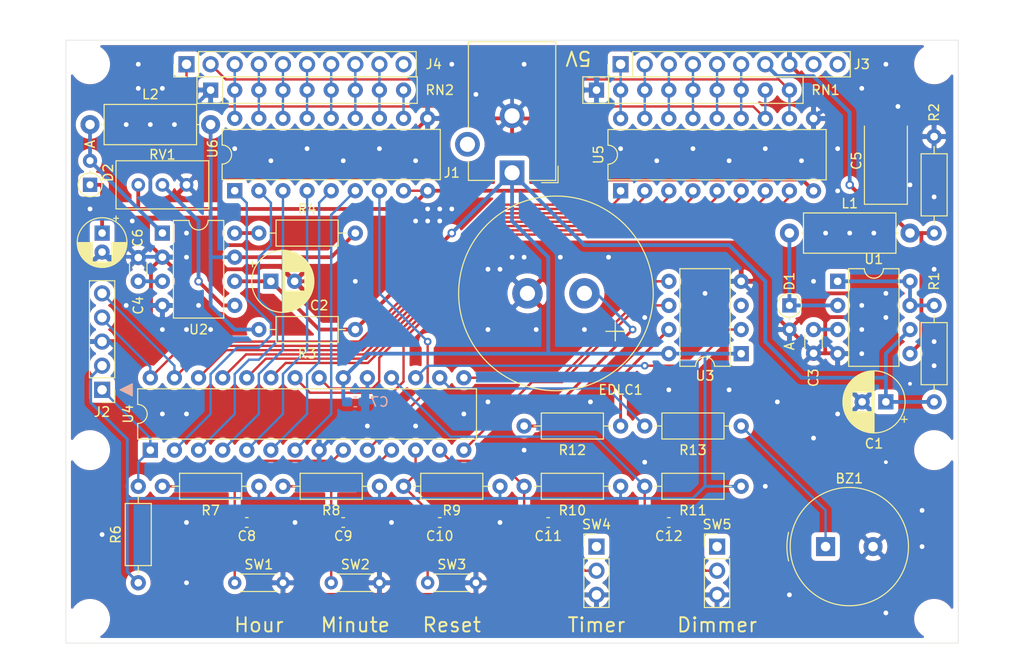
<source format=kicad_pcb>
(kicad_pcb (version 20240108) (generator "pcbnew") (generator_version "8.0")
  (layers (0 "F.Cu" signal) (31 "B.Cu" signal) (34 "B.Paste" user) (35 "F.Paste" user) (36 "B.SilkS" user "B.Silkscreen") (37 "F.SilkS" user "F.Silkscreen") (38 "B.Mask" user) (39 "F.Mask" user) (44 "Edge.Cuts" user))
  (net 0 "")
  (net 1 "GND")
  (net 2 "+1V0")
  (net 3 "Net-(R4-Pad2)")
  (net 4 "/c")
  (net 5 "/d")
  (net 6 "/e")
  (net 7 "/f")
  (net 8 "/g")
  (net 9 "/a")
  (net 10 "/b")
  (net 11 "/-")
  (net 12 "/0")
  (net 13 "/dp")
  (net 14 "/1")
  (net 15 "/2")
  (net 16 "/3")
  (net 17 "/4")
  (net 18 "/5")
  (net 19 "Net-(C3-Pad1)")
  (net 20 "+12V")
  (net 21 "Net-(D1-Pad1)")
  (net 22 "Net-(D2-Pad2)")
  (net 23 "Net-(J3-Pad10)")
  (net 24 "Net-(J3-Pad9)")
  (net 25 "Net-(J4-Pad10)")
  (net 26 "Net-(L2-Pad1)")
  (net 27 "Net-(RN2-Pad9)")
  (net 28 "Net-(RV1-Pad2)")
  (net 29 "Dimmer")
  (net 30 "Sec_RESET")
  (net 31 "Minute")
  (net 32 "Hour")
  (net 33 "+5V")
  (net 34 "Net-(EDLC1-Pad1)")
  (net 35 "PGC")
  (net 36 "PGD")
  (net 37 "MCLR")
  (net 38 "SCL")
  (net 39 "1Hz")
  (net 40 "SDA")
  (net 41 "Net-(C4-Pad1)")
  (net 42 "Net-(J1-Pad3)")
  (net 43 "Net-(R1-Pad1)")
  (net 44 "Net-(BZ1-Pad1)")
  (net 45 "buzzer")
  (net 46 "Net-(U3-Pad3)")
  (net 47 "Timer")
  (net 48 "/BI1")
  (net 49 "/BI2")
  (net 50 "/BI3")
  (net 51 "/BI4")
  (net 52 "/BI5")
  (net 53 "/BI6")
  (net 54 "/AI7")
  (net 55 "/AI8")
  (net 56 "/AI6")
  (net 57 "/BI7")
  (net 58 "/AI5")
  (net 59 "/AI4")
  (net 60 "/AI3")
  (net 61 "Net-(R12-Pad2)")
  (net 62 "Net-(SW4-Pad1)")
  (net 63 "Net-(SW5-Pad1)")
  (footprint "Capacitor_THT:C_Disc_D3.0mm_W1.6mm_P2.50mm" (layer "F.Cu") (at 180.34 109.22 -90)
    (property "Reference" "C3")
    (property "Value" "680p")
  )
  (footprint "Capacitor_Tantalum_SMD:CP_EIA-7343-30_AVX-N_Pad2.25x2.55mm_HandSolder" (layer "F.Cu") (at 187.96 91.44 90)
    (property "Reference" "C5")
    (property "Value" "470u")
  )
  (footprint "Capacitor_THT:C_Disc_D3.0mm_W1.6mm_P2.50mm" (layer "F.Cu") (at 109.22 104.14 90)
    (property "Reference" "C4")
    (property "Value" "180p")
  )
  (footprint "Capacitor_THT:CP_Radial_D5.0mm_P2.00mm" (layer "F.Cu") (at 105.41 99.06 -90)
    (property "Reference" "C6")
    (property "Value" "10u")
  )
  (footprint "Diode_THT:D_DO-34_SOD68_P2.54mm_Vertical_AnodeUp" (layer "F.Cu") (at 177.8 106.68 -90)
    (property "Reference" "D1")
    (property "Value" "D_Schottky")
  )
  (footprint "Diode_THT:D_DO-34_SOD68_P2.54mm_Vertical_AnodeUp" (layer "F.Cu") (at 104.14 93.98 90)
    (property "Reference" "D2")
    (property "Value" "D_Schottky")
  )
  (footprint "Connector_PinHeader_2.54mm:PinHeader_1x10_P2.54mm_Vertical" (layer "F.Cu") (at 160.02 81.28 90)
    (property "Reference" "J3")
    (property "Value" "Conn_01x10_Male")
  )
  (footprint "Connector_PinHeader_2.54mm:PinHeader_1x10_P2.54mm_Vertical" (layer "F.Cu") (at 114.3 81.28 90)
    (property "Reference" "J4")
    (property "Value" "Conn_01x10_Male")
  )
  (footprint "Inductor_THT:L_Axial_L9.5mm_D4.0mm_P12.70mm_Horizontal_Fastron_SMCC" (layer "F.Cu") (at 177.8 99.06)
    (property "Reference" "L1")
    (property "Value" "100u")
  )
  (footprint "Inductor_THT:L_Axial_L9.5mm_D4.0mm_P12.70mm_Horizontal_Fastron_SMCC" (layer "F.Cu") (at 116.84 87.63 180)
    (property "Reference" "L2")
    (property "Value" "330u")
  )
  (footprint "Resistor_THT:R_Axial_DIN0207_L6.3mm_D2.5mm_P10.16mm_Horizontal" (layer "F.Cu") (at 193.04 106.68 -90)
    (property "Reference" "R1")
    (property "Value" "1")
  )
  (footprint "Resistor_THT:R_Axial_DIN0207_L6.3mm_D2.5mm_P10.16mm_Horizontal" (layer "F.Cu") (at 193.04 99.06 90)
    (property "Reference" "R2")
    (property "Value" "10k")
  )
  (footprint "Resistor_THT:R_Axial_DIN0207_L6.3mm_D2.5mm_P10.16mm_Horizontal" (layer "F.Cu") (at 121.92 109.22)
    (property "Reference" "R3")
    (property "Value" "1")
  )
  (footprint "Resistor_THT:R_Axial_DIN0207_L6.3mm_D2.5mm_P10.16mm_Horizontal" (layer "F.Cu") (at 132.08 99.06 180)
    (property "Reference" "R4")
    (property "Value" "200")
  )
  (footprint "Resistor_THT:R_Array_SIP9" (layer "F.Cu") (at 116.84 84)
    (property "Reference" "RN2")
    (property "Value" "100k")
  )
  (footprint "Potentiometer_THT:Potentiometer_Bourns_3386C_Horizontal" (layer "F.Cu") (at 109.22 93.98 90)
    (property "Reference" "RV1")
    (property "Value" "50k")
  )
  (footprint "Package_DIP:DIP-8_W7.62mm" (layer "F.Cu") (at 182.88 104.14)
    (property "Reference" "U1")
    (property "Value" "MC34063AP")
  )
  (footprint "Package_DIP:DIP-8_W7.62mm" (layer "F.Cu") (at 111.76 99.06)
    (property "Reference" "U2")
    (property "Value" "MC34063AP")
  )
  (footprint "Package_DIP:DIP-28_W7.62mm" (layer "F.Cu") (at 110.49 121.92 90)
    (property "Reference" "U4")
    (property "Value" "PIC18F26Q84")
  )
  (footprint "Package_DIP:DIP-18_W7.62mm" (layer "F.Cu") (at 119.38 94.6 90)
    (property "Reference" "U6")
    (property "Value" "TBD62783A")
  )
  (footprint "MyLib:DIP-8_Module_W7.62mm" (layer "F.Cu") (at 172.72 111.76 180)
    (property "Reference" "U3")
    (property "Value" "RX8900_DIP")
  )
  (footprint "MountingHole:MountingHole_3.2mm_M3" (layer "F.Cu") (at 193.04 81.28)
    (property "Reference" "REF**" (hide yes))
    (property "Value" "MountingHole_3.2mm_M3")
  )
  (footprint "MountingHole:MountingHole_3.2mm_M3" (layer "F.Cu") (at 104.14 81.28)
    (property "Reference" "REF**" (hide yes))
    (property "Value" "MountingHole_3.2mm_M3")
  )
  (footprint "Capacitor_THT:CP_Radial_D6.3mm_P2.50mm" (layer "F.Cu") (at 187.96 116.84 180)
    (property "Reference" "C1")
    (property "Value" "100u")
  )
  (footprint "Connector_BarrelJack:BarrelJack_CUI_PJ-102AH_Horizontal" (layer "F.Cu") (at 148.59 92.71 180)
    (property "Reference" "J1")
    (property "Value" "Barrel_Jack_Switch")
  )
  (footprint "Connector_PinHeader_2.54mm:PinHeader_1x05_P2.54mm_Vertical" (layer "F.Cu") (at 105.41 115.57 180)
    (property "Reference" "J2")
    (property "Value" "ICSP")
  )
  (footprint "Resistor_THT:R_Axial_DIN0207_L6.3mm_D2.5mm_P10.16mm_Horizontal" (layer "F.Cu") (at 109.22 135.89 90)
    (property "Reference" "R6")
    (property "Value" "10k")
  )
  (footprint "Resistor_THT:R_Axial_DIN0207_L6.3mm_D2.5mm_P10.16mm_Horizontal" (layer "F.Cu") (at 149.86 119.38)
    (property "Reference" "R12")
    (property "Value" "200")
  )
  (footprint "Capacitor_SMD:C_0603_1608Metric_Pad1.08x0.95mm_HandSolder" (layer "F.Cu") (at 165.1 129.54 180)
    (property "Reference" "C12")
    (property "Value" "0.1u")
  )
  (footprint "Capacitor_SMD:C_0603_1608Metric_Pad1.08x0.95mm_HandSolder" (layer "F.Cu") (at 152.4 129.54 180)
    (property "Reference" "C11")
    (property "Value" "0.1u")
  )
  (footprint "Capacitor_SMD:C_0603_1608Metric_Pad1.08x0.95mm_HandSolder" (layer "F.Cu") (at 120.65 129.54 180)
    (property "Reference" "C8")
    (property "Value" "0.1u")
  )
  (footprint "Capacitor_SMD:C_0603_1608Metric_Pad1.08x0.95mm_HandSolder" (layer "F.Cu") (at 130.81 129.54 180)
    (property "Reference" "C9")
    (property "Value" "0.1u")
  )
  (footprint "Capacitor_SMD:C_0603_1608Metric_Pad1.08x0.95mm_HandSolder" (layer "F.Cu") (at 140.97 129.54 180)
    (property "Reference" "C10")
    (property "Value" "0.1u")
  )
  (footprint "Resistor_THT:R_Axial_DIN0207_L6.3mm_D2.5mm_P10.16mm_Horizontal" (layer "F.Cu") (at 162.56 125.73)
    (property "Reference" "R11")
    (property "Value" "47k")
  )
  (footprint "Resistor_THT:R_Axial_DIN0207_L6.3mm_D2.5mm_P10.16mm_Horizontal" (layer "F.Cu") (at 149.86 125.73)
    (property "Reference" "R10")
    (property "Value" "47k")
  )
  (footprint "Resistor_THT:R_Axial_DIN0207_L6.3mm_D2.5mm_P10.16mm_Horizontal" (layer "F.Cu") (at 111.76 125.73)
    (property "Reference" "R7")
    (property "Value" "47k")
  )
  (footprint "Resistor_THT:R_Axial_DIN0207_L6.3mm_D2.5mm_P10.16mm_Horizontal" (layer "F.Cu") (at 124.46 125.73)
    (property "Reference" "R8")
    (property "Value" "47k")
  )
  (footprint "Resistor_THT:R_Axial_DIN0207_L6.3mm_D2.5mm_P10.16mm_Horizontal" (layer "F.Cu") (at 137.16 125.73)
    (property "Reference" "R9")
    (property "Value" "47k")
  )
  (footprint "Connector_PinHeader_2.54mm:PinHeader_1x03_P2.54mm_Vertical" (layer "F.Cu") (at 170.18 132.08)
    (property "Reference" "SW5")
    (property "Value" "dimmer")
  )
  (footprint "Connector_PinHeader_2.54mm:PinHeader_1x03_P2.54mm_Vertical" (layer "F.Cu") (at 157.48 132.08)
    (property "Reference" "SW4")
    (property "Value" "timer")
  )
  (footprint "Resistor_THT:R_Axial_DIN0204_L3.6mm_D1.6mm_P5.08mm_Horizontal" (layer "F.Cu") (at 119.38 135.89)
    (property "Reference" "SW1")
    (property "Value" "hour")
  )
  (footprint "Resistor_THT:R_Axial_DIN0204_L3.6mm_D1.6mm_P5.08mm_Horizontal" (layer "F.Cu") (at 129.54 135.89)
    (property "Reference" "SW2")
    (property "Value" "minute")
  )
  (footprint "Resistor_THT:R_Axial_DIN0204_L3.6mm_D1.6mm_P5.08mm_Horizontal" (layer "F.Cu") (at 139.7 135.89)
    (property "Reference" "SW3")
    (property "Value" "Sec_Reset")
  )
  (footprint "MountingHole:MountingHole_3.2mm_M3" (layer "F.Cu") (at 104.14 139.7)
    (property "Reference" "REF**" (hide yes))
    (property "Value" "MountingHole_3.2mm_M3")
  )
  (footprint "Buzzer_Beeper:Buzzer_TDK_PS1240P02BT_D12.2mm_H6.5mm" (layer "F.Cu") (at 181.61 132.08)
    (property "Reference" "BZ1")
    (property "Value" "Buzzer")
  )
  (footprint "Resistor_THT:R_Axial_DIN0207_L6.3mm_D2.5mm_P10.16mm_Horizontal" (layer "F.Cu") (at 172.72 119.38 180)
    (property "Reference" "R13")
    (property "Value" "1k")
  )
  (footprint "Resistor_THT:R_Array_SIP9" (layer "F.Cu") (at 157.48 84)
    (property "Reference" "RN1")
    (property "Value" "100k")
  )
  (footprint "Package_DIP:DIP-18_W7.62mm" (layer "F.Cu") (at 160.02 94.615 90)
    (property "Reference" "U5")
    (property "Value" "TBD62783A")
  )
  (footprint "Capacitor_THT:CP_Radial_D6.3mm_P2.50mm" (layer "F.Cu") (at 123.19 104.14)
    (property "Reference" "C2")
    (property "Value" "100u")
  )
  (footprint "MyLib:EDLC" (layer "F.Cu") (at 156.21 105.41 180)
    (property "Reference" "EDLC1")
    (property "Value" "1F")
  )
  (footprint "MountingHole:MountingHole_3.2mm_M3" (layer "F.Cu") (at 104.14 121.92)
    (property "Reference" "REF**" (hide yes))
    (property "Value" "MountingHole_3.2mm_M3")
  )
  (footprint "MountingHole:MountingHole_3.2mm_M3" (layer "F.Cu") (at 193.04 139.7)
    (property "Reference" "REF**" (hide yes))
    (property "Value" "MountingHole_3.2mm_M3")
  )
  (footprint "MountingHole:MountingHole_3.2mm_M3" (layer "F.Cu") (at 193.04 121.92)
    (property "Reference" "REF**" (hide yes))
    (property "Value" "MountingHole_3.2mm_M3")
  )
  (footprint "Capacitor_SMD:C_0603_1608Metric_Pad1.08x0.95mm_HandSolder" (layer "B.Cu") (at 132.08 116.84)
    (property "Reference" "C7")
    (property "Value" "0.1u")
  )
  (gr_poly (pts (xy 108.585 116.205) (xy 107.315 115.57) (xy 108.585 114.935)) (stroke (width 0.1)) (fill solid) (layer "B.SilkS"))
  (gr_poly (pts (xy 108.585 116.205) (xy 107.315 115.57) (xy 108.585 114.935)) (stroke (width 0.1)) (fill solid) (layer "F.SilkS"))
  (gr_line (start 195.58 142.24) (end 195.58 78.74) (stroke (width 0.05)) (layer "Edge.Cuts"))
  (gr_line (start 101.6 78.74) (end 101.6 142.24) (stroke (width 0.05)) (layer "Edge.Cuts"))
  (gr_line (start 101.6 142.24) (end 195.58 142.24) (stroke (width 0.05)) (layer "Edge.Cuts"))
  (gr_line (start 195.58 78.74) (end 101.6 78.74) (stroke (width 0.05)) (layer "Edge.Cuts"))
  (gr_text "Hour" (at 121.92 140.335 0) (layer "F.SilkS") (effects (font (size 1.5 1.5) (thickness 0.2))))
  (gr_text "Reset" (at 142.24 140.335 0) (layer "F.SilkS") (effects (font (size 1.5 1.5) (thickness 0.2))))
  (gr_text "Minute" (at 132.08 140.335 0) (layer "F.SilkS") (effects (font (size 1.5 1.5) (thickness 0.2))))
  (gr_text "5V" (at 155.575 80.645 180) (layer "F.SilkS") (effects (font (size 1.5 1.5) (thickness 0.2))))
  (gr_text "Timer" (at 157.48 140.335 0) (layer "F.SilkS") (effects (font (size 1.5 1.5) (thickness 0.2))))
  (gr_text "Dimmer" (at 170.18 140.335 0) (layer "F.SilkS") (effects (font (size 1.5 1.5) (thickness 0.2))))
  (segment (start 163.83 91.44) (end 171.45 91.44) (width 0.4) (layer "F.Cu") (net 1))
  (segment (start 171.45 91.44) (end 179.07 91.44) (width 0.4) (layer "F.Cu") (net 1))
  (segment (start 132.08 104.14) (end 132.08 104.14) (width 0.4) (layer "F.Cu") (net 1))
  (segment (start 153.2625 129.54) (end 161.29 129.54) (width 0.4) (layer "F.Cu") (net 1))
  (segment (start 175.26 106.68) (end 177.8 109.22) (width 0.4) (layer "F.Cu") (net 1))
  (segment (start 116.84 102.87) (end 116.84 100.838) (width 0.4) (layer "F.Cu") (net 1))
  (segment (start 154.94 91.44) (end 163.83 91.44) (width 0.4) (layer "F.Cu") (net 1))
  (segment (start 148.32 86.98) (end 148.59 86.71) (width 0.4) (layer "F.Cu") (net 1))
  (segment (start 110.998 100.838) (end 110.744 100.584) (width 0.4) (layer "F.Cu") (net 1))
  (segment (start 113.03 102.87) (end 116.84 102.87) (width 0.4) (layer "F.Cu") (net 1))
  (segment (start 116.84 102.87) (end 120.65 102.87) (width 0.4) (layer "F.Cu") (net 1))
  (segment (start 144.78 135.89) (end 152.4 135.89) (width 0.4) (layer "F.Cu") (net 1))
  (segment (start 182.88 111.76) (end 182.88 114.26) (width 0.4) (layer "F.Cu") (net 1))
  (segment (start 122.375 133.35) (end 121.5125 132.4875) (width 0.4) (layer "F.Cu") (net 1))
  (segment (start 173.355 137.16) (end 173.355 133.985) (width 0.4) (layer "F.Cu") (net 1))
  (segment (start 161.29 137.16) (end 170.18 137.16) (width 0.4) (layer "F.Cu") (net 1))
  (segment (start 144.78 133.35) (end 142.24 133.35) (width 0.4) (layer "F.Cu") (net 1))
  (segment (start 148.59 86.71) (end 148.59 88.9) (width 0.4) (layer "F.Cu") (net 1))
  (segment (start 185.46 88.94) (end 185.42 88.9) (width 0.4) (layer "F.Cu") (net 1))
  (segment (start 110.559999 102.800001) (end 110.559999 105.479999) (width 0.4) (layer "F.Cu") (net 1))
  (segment (start 132.4875 132.4875) (end 134.62 132.4875) (width 0.4) (layer "F.Cu") (net 1))
  (segment (start 149.225 86.995) (end 151.13 86.995) (width 0.4) (layer "F.Cu") (net 1))
  (segment (start 184.785 135.89) (end 185.42 135.89) (width 0.4) (layer "F.Cu") (net 1))
  (segment (start 182.88 114.26) (end 185.46 116.84) (width 0.4) (layer "F.Cu") (net 1))
  (segment (start 131.6725 129.54) (end 131.6725 131.6725) (width 0.4) (layer "F.Cu") (net 1))
  (segment (start 124.46 135.89) (end 124.46 133.35) (width 0.4) (layer "F.Cu") (net 1))
  (segment (start 124.46 133.35) (end 122.375 133.35) (width 0.4) (layer "F.Cu") (net 1))
  (segment (start 111.690001 106.749999) (end 111.76 106.68) (width 0.4) (layer "F.Cu") (net 1))
  (segment (start 105.41 110.49) (end 107.95 110.49) (width 0.4) (layer "F.Cu") (net 1))
  (segment (start 148.59 86.71) (end 148.94 86.71) (width 0.4) (layer "F.Cu") (net 1))
  (segment (start 148.59 88.9) (end 154.94 88.9) (width 0.4) (layer "F.Cu") (net 1))
  (segment (start 170.18 137.16) (end 173.355 137.16) (width 0.4) (layer "F.Cu") (net 1))
  (segment (start 180.34 88.9) (end 182.245 88.9) (width 0.4) (layer "F.Cu") (net 1))
  (segment (start 181.57 111.72) (end 182.84 111.72) (width 0.4) (layer "F.Cu") (net 1))
  (segment (start 114.3 93.98) (end 115.019999 93.260001) (width 0.4) (layer "F.Cu") (net 1))
  (segment (start 139.7 86.98) (end 148.32 86.98) (width 0.4) (layer "F.Cu") (net 1))
  (segment (start 110.559999 106.749999) (end 111.690001 106.749999) (width 0.4) (layer "F.Cu") (net 1))
  (segment (start 161.29 129.54) (end 161.29 137.16) (width 0.4) (layer "F.Cu") (net 1))
  (segment (start 110.559999 105.479999) (end 110.559999 106.749999) (width 0.4) (layer "F.Cu") (net 1))
  (segment (start 181.57 107.91) (end 184.11 107.91) (width 0.4) (layer "F.Cu") (net 1))
  (segment (start 185.42 88.9) (end 182.245 88.9) (width 0.4) (layer "F.Cu") (net 1))
  (segment (start 176.53 104.14) (end 181.61 99.06) (width 0.4) (layer "F.Cu") (net 1))
  (segment (start 148.94 86.71) (end 149.225 86.995) (width 0.4) (layer "F.Cu") (net 1))
  (segment (start 142.24 133.35) (end 141.8325 132.9425) (width 0.4) (layer "F.Cu") (net 1))
  (segment (start 180.34 111.72) (end 181.57 111.72) (width 0.4) (layer "F.Cu") (net 1))
  (segment (start 177.84 109.22) (end 180.34 111.72) (width 0.4) (layer "F.Cu") (net 1))
  (segment (start 154.94 88.9) (end 154.94 91.44) (width 0.4) (layer "F.Cu") (net 1))
  (segment (start 157.48 137.16) (end 153.67 137.16) (width 0.4) (layer "F.Cu") (net 1))
  (segment (start 161.29 137.16) (end 157.48 137.16) (width 0.4) (layer "F.Cu") (net 1))
  (segment (start 131.6725 131.6725) (end 132.4875 132.4875) (width 0.4) (layer "F.Cu") (net 1))
  (segment (start 144.78 135.89) (end 144.78 133.35) (width 0.4) (layer "F.Cu") (net 1))
  (segment (start 177.8 109.22) (end 179.705 107.315) (width 0.4) (layer "F.Cu") (net 1))
  (segment (start 144.78 137.16) (end 124.46 137.16) (width 0.4) (layer "F.Cu") (net 1))
  (segment (start 116.84 100.838) (end 117.348 100.33) (width 0.4) (layer "F.Cu") (net 1))
  (segment (start 180.34 86.995) (end 180.34 83.82) (width 0.4) (layer "F.Cu") (net 1))
  (segment (start 193.04 88.9) (end 185.42 88.9) (width 0.4) (layer "F.Cu") (net 1))
  (segment (start 181.57 111.72) (end 181.57 107.91) (width 0.4) (layer "F.Cu") (net 1))
  (segment (start 134.62 135.89) (end 134.62 136.820002) (width 0.4) (layer "F.Cu") (net 1))
  (segment (start 111.76 101.6) (end 113.03 102.87) (width 0.4) (layer "F.Cu") (net 1))
  (segment (start 107.95 110.49) (end 110.49 107.95) (width 0.4) (layer "F.Cu") (net 1))
  (segment (start 134.62 135.89) (end 134.62 132.4875) (width 0.4) (layer "F.Cu") (net 1))
  (segment (start 177.8 81.28) (end 180.34 83.82) (width 0.4) (layer "F.Cu") (net 1))
  (segment (start 173.99 133.35) (end 173.355 133.985) (width 0.4) (layer "F.Cu") (net 1))
  (segment (start 124.46 137.16) (end 124.46 135.89) (width 0.4) (layer "F.Cu") (net 1))
  (segment (start 171.45 129.54) (end 173.99 132.08) (width 0.4) (layer "F.Cu") (net 1))
  (segment (start 111.76 101.6) (end 110.998 100.838) (width 0.4) (layer "F.Cu") (net 1))
  (segment (start 115.019999 93.260001) (end 133.419999 93.260001) (width 0.4) (layer "F.Cu") (net 1))
  (segment (start 110.559999 106.749999) (end 110.559999 107.880001) (width 0.4) (layer "F.Cu") (net 1))
  (segment (start 136.835 89.845) (end 139.7 86.98) (width 0.4) (layer "F.Cu") (net 1))
  (segment (start 121.5125 129.54) (end 121.5125 132.4875) (width 0.4) (layer "F.Cu") (net 1))
  (segment (start 173.99 132.08) (end 173.99 133.35) (width 0.4) (layer "F.Cu") (net 1))
  (segment (start 110.559999 107.880001) (end 110.49 107.95) (width 0.4) (layer "F.Cu") (net 1))
  (segment (start 125.69 104.14) (end 132.08 104.14) (width 0.4) (layer "F.Cu") (net 1))
  (segment (start 153.67 137.16) (end 152.4 135.89) (width 0.4) (layer "F.Cu") (net 1))
  (segment (start 180.34 86.995) (end 180.34 88.9) (width 0.4) (layer "F.Cu") (net 1))
  (segment (start 172.72 104.14) (end 176.53 104.14) (width 0.4) (layer "F.Cu") (net 1))
  (segment (start 111.76 101.6) (end 110.559999 102.800001) (width 0.4) (layer "F.Cu") (net 1))
  (segment (start 172.72 104.14) (end 175.26 106.68) (width 0.4) (layer "F.Cu") (net 1))
  (segment (start 177.8 109.22) (end 177.84 109.22) (width 0.4) (layer "F.Cu") (net 1))
  (segment (start 176.53 135.89) (end 173.99 133.35) (width 0.4) (layer "F.Cu") (net 1))
  (segment (start 133.419999 93.260001) (end 136.835 89.845) (width 0.4) (layer "F.Cu") (net 1))
  (segment (start 117.348 100.33) (end 120.396 100.33) (width 0.4) (layer "F.Cu") (net 1))
  (segment (start 144.78 135.89) (end 144.78 137.16) (width 0.4) (layer "F.Cu") (net 1))
  (segment (start 182.84 111.72) (end 182.88 111.76) (width 0.4) (layer "F.Cu") (net 1))
  (segment (start 184.785 135.89) (end 176.53 135.89) (width 0.4) (layer "F.Cu") (net 1))
  (segment (start 141.8325 129.54) (end 141.8325 132.9425) (width 0.4) (layer "F.Cu") (net 1))
  (segment (start 181.57 107.91) (end 180.975 107.315) (width 0.4) (layer "F.Cu") (net 1))
  (segment (start 180.975 107.315) (end 180.975 105.41) (width 0.4) (layer "F.Cu") (net 1))
  (segment (start 165.9625 129.54) (end 171.45 129.54) (width 0.4) (layer "F.Cu") (net 1))
  (segment (start 180.975 105.41) (end 184.15 105.41) (width 0.4) (layer "F.Cu") (net 1))
  (via (at 186.69 99.06) (size 0.9) (drill 0.5) (layers "F.Cu" "B.Cu") (net 1))
  (via (at 191.77 128.27) (size 0.9) (drill 0.5) (layers "F.Cu" "B.Cu") (net 1))
  (via (at 138.43 119.38) (size 0.9) (drill 0.5) (layers "F.Cu" "B.Cu") (net 1))
  (via (at 182.88 118.11) (size 0.9) (drill 0.5) (layers "F.Cu" "B.Cu") (net 1))
  (via (at 116.84 109.22) (size 0.9) (drill 0.5) (layers "F.Cu" "B.Cu") (net 1))
  (via (at 115.57 106.68) (size 0.9) (drill 0.5) (layers "F.Cu" "B.Cu") (net 1))
  (via (at 191.77 132.08) (size 0.9) (drill 0.5) (layers "F.Cu" "B.Cu") (net 1))
  (via (at 142.24 81.28) (size 0.9) (drill 0.5) (layers "F.Cu" "B.Cu") (net 1))
  (via (at 142.24 96.52) (size 0.9) (drill 0.5) (layers "F.Cu" "B.Cu") (net 1))
  (via (at 135.89 129.54) (size 0.9) (drill 0.5) (layers "F.Cu" "B.Cu") (net 1))
  (via (at 171.45 115.57) (size 0.9) (drill 0.5) (layers "F.Cu" "B.Cu") (net 1))
  (via (at 140.97 97.79) (size 0.9) (drill 0.5) (layers "F.Cu" "B.Cu") (net 1))
  (via (at 193.04 95.25) (size 0.9) (drill 0.5) (layers "F.Cu" "B.Cu") (net 1))
  (via (at 171.45 91.44) (size 0.9) (drill 0.5) (layers "F.Cu" "B.Cu") (net 1))
  (via (at 114.3 118.11) (size 0.9) (drill 0.5) (layers "F.Cu" "B.Cu") (net 1))
  (via (at 190.5 93.98) (size 0.9) (drill 0.5) (layers "F.Cu" "B.Cu") (net 1))
  (via (at 119.38 90.17) (size 0.9) (drill 0.5) (layers "F.Cu" "B.Cu") (net 1))
  (via (at 177.8 137.16) (size 0.9) (drill 0.5) (layers "F.Cu" "B.Cu") (net 1))
  (via (at 167.64 90.17) (size 0.9) (drill 0.5) (layers "F.Cu" "B.Cu") (net 1))
  (via (at 147.32 129.54) (size 0.9) (drill 0.5) (layers "F.Cu" "B.Cu") (net 1))
  (via (at 114.3 109.22) (size 0.9) (drill 0.5) (layers "F.Cu" "B.Cu") (net 1))
  (via (at 175.26 90.17) (size 0.9) (drill 0.5) (layers "F.Cu" "B.Cu") (net 1))
  (via (at 187.96 105.41) (size 0.9) (drill 0.5) (layers "F.Cu" "B.Cu") (net 1))
  (via (at 187.96 81.28) (size 0.9) (drill 0.5) (layers "F.Cu" "B.Cu") (net 1))
  (via (at 149.86 101.6) (size 0.9) (drill 0.5) (layers "F.Cu" "B.Cu") (net 1))
  (via (at 108.585 97.79) (size 0.9) (drill 0.5) (layers "F.Cu" "B.Cu") (net 1))
  (via (at 143.51 118.11) (size 0.9) (drill 0.5) (layers "F.Cu" "B.Cu") (net 1))
  (via (at 162.56 107.95) (size 0.9) (drill 0.5) (layers "F.Cu" "B.Cu") (net 1))
  (via (at 149.86 81.28) (size 0.9) (drill 0.5) (layers "F.Cu" "B.Cu") (net 1))
  (via (at 114.3 101.6) (size 0.9) (drill 0.5) (layers "F.Cu" "B.Cu") (net 1))
  (via (at 168.91 105.41) (size 0.9) (drill 0.5) (layers "F.Cu" "B.Cu") (net 1))
  (via (at 105.41 130.81) (size 0.9) (drill 0.5) (layers "F.Cu" "B.Cu") (net 1))
  (via (at 109.22 81.28) (size 0.9) (drill 0.5) (layers "F.Cu" "B.Cu") (net 1))
  (via (at 144.78 84.455) (size 0.9) (drill 0.5) (layers "F.Cu" "B.Cu") (net 1))
  (via (at 114.3 135.89) (size 0.9) (drill 0.5) (layers "F.Cu" "B.Cu") (net 1))
  (via (at 151.13 109.22) (size 0.9) (drill 0.5) (layers "F.Cu" "B.Cu") (net 1))
  (via (at 193.04 102.87) (size 0.9) (drill 0.5) (layers "F.Cu" "B.Cu") (net 1))
  (via (at 133.35 119.38) (size 0.9) (drill 0.5) (layers "F.Cu" "B.Cu") (net 1))
  (via (at 114.3 99.06) (size 0.9) (drill 0.5) (layers "F.Cu" "B.Cu") (net 1))
  (via (at 156.845 116.84) (size 0.9) (drill 0.5) (layers "F.Cu" "B.Cu") (net 1))
  (via (at 185.42 109.22) (size 0.9) (drill 0.5) (layers "F.Cu" "B.Cu") (net 1))
  (via (at 111.76 109.22) (size 0.9) (drill 0.5) (layers "F.Cu" "B.Cu") (net 1))
  (via (at 182.88 94.615) (size 0.9) (drill 0.5) (layers "F.Cu" "B.Cu") (net 1))
  (via (at 158.75 101.6) (size 0.9) (drill 0.5) (layers "F.Cu" "B.Cu") (net 1))
  (via (at 180.34 104.14) (size 0.9) (drill 0.5) (layers "F.Cu" "B.Cu") (net 1))
  (via (at 180.34 120.65) (size 0.9) (drill 0.5) (layers "F.Cu" "B.Cu") (net 1))
  (via (at 146.05 116.84) (size 0.9) (drill 0.5) (layers "F.Cu" "B.Cu") (net 1))
  (via (at 162.56 123.19) (size 0.9) (drill 0.5) (layers "F.Cu" "B.Cu") (net 1))
  (via (at 176.53 116.84) (size 0.9) (drill 0.5) (layers "F.Cu" "B.Cu") (net 1))
  (via (at 156.21 109.22) (size 0.9) (drill 0.5) (layers "F.Cu" "B.Cu") (net 1))
  (via (at 185.42 111.76) (size 0.9) (drill 0.5) (layers "F.Cu" "B.Cu") (net 1))
  (via (at 149.86 121.92) (size 0.9) (drill 0.5) (layers "F.Cu" "B.Cu") (net 1))
  (via (at 127 90.17) (size 0.9) (drill 0.5) (layers "F.Cu" "B.Cu") (net 1))
  (via (at 139.7 97.79) (size 0.9) (drill 0.5) (layers "F.Cu" "B.Cu") (net 1))
  (via (at 184.15 99.06) (size 0.9) (drill 0.5) (layers "F.Cu" "B.Cu") (net 1))
  (via (at 187.96 123.19) (size 0.8) (drill 0.4) (layers "F.Cu" "B.Cu") (net 1))
  (via (at 113.03 87.63) (size 0.9) (drill 0.5) (layers "F.Cu" "B.Cu") (net 1))
  (via (at 138.43 97.79) (size 0.9) (drill 0.5) (layers "F.Cu" "B.Cu") (net 1))
  (via (at 181.61 99.06) (size 0.9) (drill 0.5) (layers "F.Cu" "B.Cu") (net 1))
  (via (at 111.76 83.82) (size 0.9) (drill 0.5) (layers "F.Cu" "B.Cu") (net 1))
  (via (at 185.42 83.82) (size 0.9) (drill 0.5) (layers "F.Cu" "B.Cu") (net 1))
  (via (at 148.59 101.6) (size 0.9) (drill 0.5) (layers "F.Cu" "B.Cu") (net 1))
  (via (at 147.32 102.87) (size 0.9) (drill 0.5) (layers "F.Cu" "B.Cu") (net 1))
  (via (at 163.83 91.44) (size 0.9) (drill 0.5) (layers "F.Cu" "B.Cu") (net 1))
  (via (at 130.81 91.44) (size 0.9) (drill 0.5) (layers "F.Cu" "B.Cu") (net 1))
  (via (at 146.05 109.22) (size 0.9) (drill 0.5) (layers "F.Cu" "B.Cu") (net 1))
  (via (at 175.26 125.73) (size 0.9) (drill 0.5) (layers "F.Cu" "B.Cu") (net 1))
  (via (at 187.96 139.065) (size 0.9) (drill 0.5) (layers "F.Cu" "B.Cu") (net 1))
  (via (at 182.88 90.17) (size 0.9) (drill 0.5) (layers "F.Cu" "B.Cu") (net 1))
  (via (at 107.95 87.63) (size 0.9) (drill 0.5) (layers "F.Cu" "B.Cu") (net 1))
  (via (at 123.19 91.44) (size 0.9) (drill 0.5) (layers "F.Cu" "B.Cu") (net 1))
  (via (at 134.62 90.17) (size 0.9) (drill 0.5) (layers "F.Cu" "B.Cu") (net 1))
  (via (at 104.14 96.52) (size 0.9) (drill 0.5) (layers "F.Cu" "B.Cu") (net 1))
  (via (at 109.22 83.82) (size 0.9) (drill 0.5) (layers "F.Cu" "B.Cu") (net 1))
  (via (at 179.07 91.44) (size 0.9) (drill 0.5) (layers "F.Cu" "B.Cu") (net 1))
  (via (at 111.76 118.11) (size 0.9) (drill 0.5) (layers "F.Cu" "B.Cu") (net 1))
  (via (at 189.23 85.725) (size 0.9) (drill 0.5) (layers "F.Cu" "B.Cu") (net 1))
  (via (at 193.04 113.03) (size 0.9) (drill 0.5) (layers "F.Cu" "B.Cu") (net 1))
  (via (at 132.08 104.14) (size 0.9) (drill 0.5) (layers "F.Cu" "B.Cu") (net 1))
  (via (at 125.73 129.54) (size 0.9) (drill 0.5) (layers "F.Cu" "B.Cu") (net 1))
  (via (at 193.04 110.49) (size 0.9) (drill 0.5) (layers "F.Cu" "B.Cu") (net 1))
  (via (at 140.97 96.52) (size 0.9) (drill 0.5) (layers "F.Cu" "B.Cu") (net 1))
  (via (at 165.1 115.57) (size 0.9) (drill 0.5) (layers "F.Cu" "B.Cu") (net 1))
  (via (at 185.42 106.68) (size 0.9) (drill 0.5) (layers "F.Cu" "B.Cu") (net 1))
  (via (at 138.43 91.44) (size 0.9) (drill 0.5) (layers "F.Cu" "B.Cu") (net 1))
  (via (at 114.3 129.54) (size 0.9) (drill 0.5) (layers "F.Cu" "B.Cu") (net 1))
  (via (at 139.7 96.52) (size 0.9) (drill 0.5) (layers "F.Cu" "B.Cu") (net 1))
  (via (at 187.96 107.95) (size 0.9) (drill 0.5) (layers "F.Cu" "B.Cu") (net 1))
  (via (at 110.49 87.63) (size 0.9) (drill 0.5) (layers "F.Cu" "B.Cu") (net 1))
  (via (at 160.02 90.17) (size 0.9) (drill 0.5) (layers "F.Cu" "B.Cu") (net 1))
  (via (at 153.67 101.6) (size 0.9) (drill 0.5) (layers "F.Cu" "B.Cu") (net 1))
  (via (at 190.5 114.935) (size 0.8) (drill 0.4) (layers "F.Cu" "B.Cu") (net 1))
  (via (at 146.05 102.87) (size 0.9) (drill 0.5) (layers "F.Cu" "B.Cu") (net 1))
  (via (at 107.95 106.68) (size 0.9) (drill 0.5) (layers "F.Cu" "B.Cu") (net 1))
  (segment (start 105.41 101.06) (end 105.41 101.52) (width 0.4) (layer "B.Cu") (net 1))
  (segment (start 110.620001 90.801999) (end 110.49 90.932) (width 0.4) (layer "B.Cu") (net 1))
  (segment (start 148.59 83.82) (end 148.59 86.71) (width 0.4) (layer "B.Cu") (net 1))
  (segment (start 132.08 118.11) (end 128.27 121.92) (width 0.4) (layer "B.Cu") (net 1))
  (segment (start 133.35 118.11) (end 132.08 118.11) (width 0.4) (layer "B.Cu") (net 1))
  (segment (start 172.72 104.14) (end 173.99 105.41) (width 0.4) (layer "B.Cu") (net 1))
  (segment (start 115.439999 90.801999) (end 115.439999 92.840001) (width 0.4) (layer "B.Cu") (net 1))
  (segment (start 110.49 90.932) (end 110.49 94.742) (width 0.4) (layer "B.Cu") (net 1))
  (segment (start 133.35 116.84) (end 132.9425 116.84) (width 0.4) (layer "B.Cu") (net 1))
  (segment (start 180.34 86.995) (end 180.975 86.36) (width 0.4) (layer "B.Cu") (net 1))
  (segment (start 180.975 86.36) (end 181.102 86.36) (width 0.4) (layer "B.Cu") (net 1))
  (segment (start 157.48 84) (end 148.77 84) (width 0.4) (layer "B.Cu") (net 1))
  (segment (start 106.172 110.49) (end 106.68 110.998) (width 0.4) (layer "B.Cu") (net 1))
  (segment (start 115.439999 85.400001) (end 115.439999 90.801999) (width 0.4) (layer "B.Cu") (net 1))
  (segment (start 105.41 101.56) (end 105.45 101.56) (width 0.4) (layer "B.Cu") (net 1))
  (segment (start 181.356 86.106) (end 181.864 86.614) (width 0.4) (layer "B.Cu") (net 1))
  (segment (start 182.88 111.76) (end 181.864 110.744) (width 0.4) (layer "B.Cu") (net 1))
  (segment (start 133.35 114.3) (end 133.35 118.11) (width 0.4) (layer "B.Cu") (net 1))
  (segment (start 181.356 86.106) (end 180.848 85.598) (width 0.4) (layer "B.Cu") (net 1))
  (segment (start 105.41 110.49) (end 106.172 110.49) (width 0.4) (layer "B.Cu") (net 1))
  (segment (start 105.41 101.52) (end 105.45 101.56) (width 0.4) (layer "B.Cu") (net 1))
  (segment (start 111.72 101.56) (end 111.76 101.6) (width 0.4) (layer "B.Cu") (net 1))
  (segment (start 181.102 86.36) (end 181.356 86.106) (width 0.4) (layer "B.Cu") (net 1))
  (segment (start 116.84 84) (end 115.439999 85.400001) (width 0.4) (layer "B.Cu") (net 1))
  (segment (start 115.439999 90.801999) (end 110.620001 90.801999) (width 0.4) (layer "B.Cu") (net 1))
  (segment (start 148.77 84) (end 148.59 83.82) (width 0.4) (layer "B.Cu") (net 1))
  (segment (start 105.45 101.56) (end 111.72 101.56) (width 0.4) (layer "B.Cu") (net 1))
  (segment (start 115.439999 92.840001) (end 114.3 93.98) (width 0.4) (layer "B.Cu") (net 1))
  (segment (start 187.96 94.64) (end 187.96 96.52) (width 0.4) (layer "F.Cu") (net 2))
  (segment (start 190.5 99.06) (end 191.77 99.06) (width 0.4) (layer "F.Cu") (net 2))
  (segment (start 191.77 99.06) (end 193.04 99.06) (width 0.4) (layer "F.Cu") (net 2))
  (segment (start 191.700001 110.559999) (end 191.700001 100.260001) (width 0.4) (layer "F.Cu") (net 2))
  (segment (start 190.5 111.76) (end 191.700001 110.559999) (width 0.4) (layer "F.Cu") (net 2))
  (segment (start 191.700001 99.129999) (end 191.77 99.06) (width 0.4) (layer "F.Cu") (net 2))
  (segment (start 184.81 94.64) (end 184.15 93.98) (width 0.4) (layer "F.Cu") (net 2))
  (segment (start 191.700001 100.260001) (end 191.700001 99.129999) (width 0.4) (layer "F.Cu") (net 2))
  (segment (start 187.96 96.52) (end 190.5 99.06) (width 0.4) (layer "F.Cu") (net 2))
  (segment (start 187.96 94.64) (end 184.81 94.64) (width 0.4) (layer "F.Cu") (net 2))
  (via (at 184.15 93.98) (size 0.9) (drill 0.5) (layers "F.Cu" "B.Cu") (net 2))
  (segment (start 176.549999 82.530001) (end 179.050001 82.530001) (width 0.4) (layer "B.Cu") (net 2))
  (segment (start 179.050001 82.530001) (end 180.320001 82.530001) (width 0.25) (layer "B.Cu") (net 2))
  (segment (start 184.15 93.98) (end 184.15 86.36) (width 0.4) (layer "B.Cu") (net 2))
  (segment (start 184.15 86.36) (end 180.34 82.55) (width 0.4) (layer "B.Cu") (net 2))
  (segment (start 176.510001 82.530001) (end 176.549999 82.530001) (width 0.4) (layer "B.Cu") (net 2))
  (segment (start 180.320001 82.530001) (end 176.549999 82.530001) (width 0.4) (layer "B.Cu") (net 2))
  (segment (start 180.34 82.55) (end 180.320001 82.530001) (width 0.4) (layer "B.Cu") (net 2))
  (segment (start 175.26 81.28) (end 176.510001 82.530001) (width 0.4) (layer "B.Cu") (net 2))
  (segment (start 121.92 99.06) (end 119.38 99.06) (width 0.4) (layer "F.Cu") (net 3))
  (segment (start 119.38 81.28) (end 119.38 86.98) (width 0.25) (layer "B.Cu") (net 4))
  (segment (start 121.92 86.98) (end 121.92 81.28) (width 0.25) (layer "B.Cu") (net 5))
  (segment (start 124.46 81.28) (end 124.46 86.98) (width 0.25) (layer "B.Cu") (net 6))
  (segment (start 127 81.28) (end 127 86.98) (width 0.25) (layer "B.Cu") (net 7))
  (segment (start 129.54 81.28) (end 129.54 86.98) (width 0.25) (layer "B.Cu") (net 8))
  (segment (start 175.26 86.995) (end 173.99 85.725) (width 0.25) (layer "F.Cu") (net 9))
  (segment (start 146.05 85.725) (end 115.57 85.725) (width 0.25) (layer "F.Cu") (net 9))
  (segment (start 151.13 85.725) (end 149.86 84.455) (width 0.25) (layer "F.Cu") (net 9))
  (segment (start 149.86 84.455) (end 147.32 84.455) (width 0.25) (layer "F.Cu") (net 9))
  (segment (start 115.57 85.725) (end 114.3 84.455) (width 0.25) (layer "F.Cu") (net 9))
  (segment (start 114.3 84.455) (end 114.3 81.28) (width 0.25) (layer "F.Cu") (net 9))
  (segment (start 147.32 84.455) (end 146.05 85.725) (width 0.25) (layer "F.Cu") (net 9))
  (segment (start 173.99 85.725) (end 151.13 85.725) (width 0.25) (layer "F.Cu") (net 9))
  (segment (start 175.26 84) (end 175.26 86.995) (width 0.25) (layer "B.Cu") (net 9))
  (segment (start 118.434999 82.874999) (end 176.674999 82.874999) (width 0.25) (layer "F.Cu") (net 10))
  (segment (start 176.674999 82.874999) (end 177.8 84) (width 0.25) (layer "F.Cu") (net 10))
  (segment (start 116.84 81.28) (end 118.434999 82.874999) (width 0.25) (layer "F.Cu") (net 10))
  (segment (start 177.8 84) (end 177.8 86.995) (width 0.25) (layer "B.Cu") (net 10))
  (segment (start 134.62 81.28) (end 134.62 86.98) (width 0.25) (layer "B.Cu") (net 11))
  (segment (start 160.02 86.995) (end 160.02 81.28) (width 0.25) (layer "B.Cu") (net 12))
  (segment (start 132.08 81.28) (end 132.08 86.98) (width 0.25) (layer "B.Cu") (net 13))
  (segment (start 162.56 81.28) (end 162.56 86.995) (width 0.25) (layer "B.Cu") (net 14))
  (segment (start 165.1 86.995) (end 165.1 81.28) (width 0.25) (layer "B.Cu") (net 15))
  (segment (start 167.64 81.28) (end 167.64 86.995) (width 0.25) (layer "B.Cu") (net 16))
  (segment (start 170.18 86.995) (end 170.18 81.28) (width 0.25) (layer "B.Cu") (net 17))
  (segment (start 172.72 81.28) (end 172.72 86.995) (width 0.25) (layer "B.Cu") (net 18))
  (segment (start 180.34 109.22) (end 182.88 109.22) (width 0.4) (layer "B.Cu") (net 19))
  (segment (start 155.644999 93.414999) (end 179.139999 93.414999) (width 0.4) (layer "F.Cu") (net 20))
  (segment (start 137.78 96.52) (end 137.16 96.52) (width 0.4) (layer "F.Cu") (net 20))
  (segment (start 109.22 96.52) (end 137.16 96.52) (width 0.4) (layer "F.Cu") (net 20))
  (segment (start 154.459998 94.6) (end 155.644999 93.414999) (width 0.4) (layer "F.Cu") (net 20))
  (segment (start 105.41 93.98) (end 105.41 96.52) (width 0.4) (layer "F.Cu") (net 20))
  (segment (start 139.7 94.6) (end 154.459998 94.6) (width 0.4) (layer "F.Cu") (net 20))
  (segment (start 109.22 93.98) (end 109.22 96.52) (width 0.4) (layer "F.Cu") (net 20))
  (segment (start 139.7 94.6) (end 137.78 96.52) (width 0.4) (layer "F.Cu") (net 20))
  (segment (start 104.14 93.98) (end 105.41 93.98) (width 0.4) (layer "F.Cu") (net 20))
  (segment (start 137.16 94.6) (end 139.7 94.6) (width 0.25) (layer "F.Cu") (net 20))
  (segment (start 179.139999 93.414999) (end 180.34 94.615) (width 0.4) (layer "F.Cu") (net 20))
  (segment (start 105.41 96.52) (end 109.22 96.52) (width 0.4) (layer "F.Cu") (net 20))
  (segment (start 105.41 96.52) (end 105.41 99.06) (width 0.4) (layer "F.Cu") (net 20))
  (segment (start 177.8 106.68) (end 177.8 104.14) (width 0.4) (layer "B.Cu") (net 21))
  (segment (start 182.88 106.68) (end 177.8 106.68) (width 0.4) (layer "B.Cu") (net 21))
  (segment (start 177.8 99.06) (end 177.8 104.14) (width 0.4) (layer "B.Cu") (net 21))
  (segment (start 111.76 99.06) (end 104.14 91.44) (width 0.4) (layer "B.Cu") (net 22))
  (segment (start 104.14 91.44) (end 104.14 87.63) (width 0.4) (layer "B.Cu") (net 22))
  (segment (start 129.54 101.6) (end 132.08 99.06) (width 0.4) (layer "F.Cu") (net 26))
  (segment (start 119.38 101.6) (end 129.54 101.6) (width 0.4) (layer "F.Cu") (net 26))
  (segment (start 116.84 101.6) (end 119.38 101.6) (width 0.4) (layer "B.Cu") (net 26))
  (segment (start 116.84 106.68) (end 119.38 109.22) (width 0.4) (layer "B.Cu") (net 26))
  (segment (start 116.84 87.63) (end 116.84 101.6) (width 0.4) (layer "B.Cu") (net 26))
  (segment (start 119.38 109.22) (end 121.92 109.22) (width 0.4) (layer "B.Cu") (net 26))
  (segment (start 116.84 101.6) (end 116.84 106.68) (width 0.4) (layer "B.Cu") (net 26))
  (segment (start 137.16 84) (end 137.16 86.98) (width 0.25) (layer "B.Cu") (net 27))
  (segment (start 115.57 104.14) (end 118.11 106.68) (width 0.4) (layer "F.Cu") (net 28))
  (segment (start 115.57 104.14) (end 115.57 104.14) (width 0.4) (layer "F.Cu") (net 28))
  (segment (start 118.11 106.68) (end 119.38 106.68) (width 0.4) (layer "F.Cu") (net 28))
  (via (at 115.57 104.14) (size 0.9) (drill 0.5) (layers "F.Cu" "B.Cu") (net 28))
  (segment (start 115.57 97.79) (end 115.57 104.14) (width 0.4) (layer "B.Cu") (net 28))
  (segment (start 111.76 93.98) (end 115.57 97.79) (width 0.4) (layer "B.Cu") (net 28))
  (segment (start 163.863959 129.506041) (end 162.56 128.202081) (width 0.25) (layer "F.Cu") (net 29))
  (segment (start 168.977919 134.62) (end 163.863959 129.506041) (width 0.25) (layer "F.Cu") (net 29))
  (segment (start 164.2375 129.54) (end 163.897918 129.54) (width 0.25) (layer "F.Cu") (net 29))
  (segment (start 170.18 134.62) (end 168.977919 134.62) (width 0.25) (layer "F.Cu") (net 29))
  (segment (start 162.56 128.202081) (end 162.56 125.73) (width 0.25) (layer "F.Cu") (net 29))
  (segment (start 163.897918 129.54) (end 163.863959 129.506041) (width 0.25) (layer "F.Cu") (net 29))
  (segment (start 142.095001 120.505001) (end 157.335001 120.505001) (width 0.25) (layer "B.Cu") (net 29))
  (segment (start 135.89 114.3) (end 142.095001 120.505001) (width 0.25) (layer "B.Cu") (net 29))
  (segment (start 157.335001 120.505001) (end 162.56 125.73) (width 0.25) (layer "B.Cu") (net 29))
  (segment (start 138.43 124.46) (end 137.16 125.73) (width 0.25) (layer "F.Cu") (net 30))
  (segment (start 139.7 135.89) (end 139.7 128.27) (width 0.25) (layer "F.Cu") (net 30))
  (segment (start 139.7 128.27) (end 137.16 125.73) (width 0.25) (layer "F.Cu") (net 30))
  (segment (start 138.43 121.92) (end 138.43 124.46) (width 0.25) (layer "F.Cu") (net 30))
  (segment (start 139.7 129.54) (end 140.1075 129.54) (width 0.25) (layer "F.Cu") (net 30))
  (segment (start 129.54 125.73) (end 124.46 125.73) (width 0.25) (layer "F.Cu") (net 31))
  (segment (start 129.54 129.54) (end 129.54 125.73) (width 0.25) (layer "F.Cu") (net 31))
  (segment (start 129.9475 129.54) (end 129.54 129.54) (width 0.25) (layer "F.Cu") (net 31))
  (segment (start 125.73 125.73) (end 124.46 125.73) (width 0.25) (layer "F.Cu") (net 31))
  (segment (start 132.08 125.73) (end 129.54 125.73) (width 0.25) (layer "F.Cu") (net 31))
  (segment (start 135.89 121.92) (end 132.08 125.73) (width 0.25) (layer "F.Cu") (net 31))
  (segment (start 129.54 135.89) (end 129.54 129.54) (width 0.25) (layer "F.Cu") (net 31))
  (segment (start 115.57 125.73) (end 111.76 125.73) (width 0.25) (layer "F.Cu") (net 32))
  (segment (start 122.064999 123.045001) (end 119.38 125.73) (width 0.25) (layer "F.Cu") (net 32))
  (segment (start 119.38 135.89) (end 119.38 129.54) (width 0.25) (layer "F.Cu") (net 32))
  (segment (start 129.684999 123.045001) (end 122.064999 123.045001) (width 0.25) (layer "F.Cu") (net 32))
  (segment (start 130.81 121.92) (end 129.684999 123.045001) (width 0.25) (layer "F.Cu") (net 32))
  (segment (start 119.38 125.73) (end 115.57 125.73) (width 0.25) (layer "F.Cu") (net 32))
  (segment (start 119.38 125.73) (end 119.38 129.54) (width 0.25) (layer "F.Cu") (net 32))
  (segment (start 119.38 104.14) (end 123.19 104.14) (width 0.4) (layer "F.Cu") (net 33))
  (segment (start 123.19 104.14) (end 128.27 109.22) (width 0.4) (layer "F.Cu") (net 33))
  (segment (start 128.27 109.22) (end 132.08 109.22) (width 0.4) (layer "F.Cu") (net 33))
  (segment (start 142.24 99.06) (end 132.08 109.22) (width 0.4) (layer "F.Cu") (net 33))
  (via (at 142.24 99.06) (size 0.9) (drill 0.5) (layers "F.Cu" "B.Cu") (net 33))
  (segment (start 187.96 111.76) (end 187.96 114.3) (width 0.4) (layer "B.Cu") (net 33))
  (segment (start 121.92 127) (end 108.189998 127) (width 0.3) (layer "B.Cu") (net 33))
  (segment (start 167.64 127) (end 160.02 127) (width 0.3) (layer "B.Cu") (net 33))
  (segment (start 148.59 92.71) (end 156.21 100.33) (width 0.4) (layer "B.Cu") (net 33))
  (segment (start 134.62 127) (end 121.92 127) (width 0.3) (layer "B.Cu") (net 33))
  (segment (start 172.72 111.76) (end 168.91 111.76) (width 0.4) (layer "B.Cu") (net 33))
  (segment (start 147.32 125.73) (end 147.32 127) (width 0.3) (layer "B.Cu") (net 33))
  (segment (start 193.04 116.84) (end 187.96 116.84) (width 0.4) (layer "B.Cu") (net 33))
  (segment (start 179.07 114.3) (end 187.96 114.3) (width 0.4) (layer "B.Cu") (net 33))
  (segment (start 160.02 127) (end 160.02 125.73) (width 0.3) (layer "B.Cu") (net 33))
  (segment (start 149.86 99.06) (end 152.4 101.6) (width 0.4) (layer "B.Cu") (net 33))
  (segment (start 148.59 111.76) (end 133.35 111.76) (width 0.4) (layer "B.Cu") (net 33))
  (segment (start 160.02 127) (end 147.32 127) (width 0.3) (layer "B.Cu") (net 33))
  (segment (start 104.209999 114.230001) (end 104.209999 116.909999) (width 0.3) (layer "B.Cu") (net 33))
  (segment (start 147.32 127) (end 134.62 127) (width 0.3) (layer "B.Cu") (net 33))
  (segment (start 108.069999 134.739999) (end 109.22 135.89) (width 0.3) (layer "B.Cu") (net 33))
  (segment (start 156.21 100.33) (end 171.45 100.33) (width 0.4) (layer "B.Cu") (net 33))
  (segment (start 152.4 111.76) (end 148.59 111.76) (width 0.4) (layer "B.Cu") (net 33))
  (segment (start 187.96 114.3) (end 187.96 116.84) (width 0.4) (layer "B.Cu") (net 33))
  (segment (start 168.91 125.73) (end 172.72 125.73) (width 0.3) (layer "B.Cu") (net 33))
  (segment (start 105.41 113.03) (end 104.209999 114.230001) (width 0.3) (layer "B.Cu") (net 33))
  (segment (start 130.81 114.3) (end 130.81 116.4325) (width 0.4) (layer "B.Cu") (net 33))
  (segment (start 171.45 100.33) (end 175.26 104.14) (width 0.4) (layer "B.Cu") (net 33))
  (segment (start 190.5 109.22) (end 187.96 111.76) (width 0.4) (layer "B.Cu") (net 33))
  (segment (start 108.069999 126.880001) (end 108.069999 134.739999) (width 0.3) (layer "B.Cu") (net 33))
  (segment (start 134.62 125.73) (end 134.62 127) (width 0.3) (layer "B.Cu") (net 33))
  (segment (start 168.91 125.73) (end 167.64 127) (width 0.3) (layer "B.Cu") (net 33))
  (segment (start 148.59 92.71) (end 142.24 99.06) (width 0.4) (layer "B.Cu") (net 33))
  (segment (start 130.81 114.3) (end 133.35 111.76) (width 0.4) (layer "B.Cu") (net 33))
  (segment (start 104.209999 116.909999) (end 108.069999 120.769999) (width 0.3) (layer "B.Cu") (net 33))
  (segment (start 108.189998 127) (end 108.069999 126.880001) (width 0.3) (layer "B.Cu") (net 33))
  (segment (start 121.92 125.73) (end 121.92 127) (width 0.3) (layer "B.Cu") (net 33))
  (segment (start 130.81 116.4325) (end 131.2175 116.84) (width 0.4) (layer "B.Cu") (net 33))
  (segment (start 175.26 110.49) (end 179.07 114.3) (width 0.4) (layer "B.Cu") (net 33))
  (segment (start 108.069999 120.769999) (end 108.069999 126.880001) (width 0.3) (layer "B.Cu") (net 33))
  (segment (start 149.86 99.06) (end 148.59 97.79) (width 0.4) (layer "B.Cu") (net 33))
  (segment (start 175.26 104.14) (end 175.26 110.49) (width 0.4) (layer "B.Cu") (net 33))
  (segment (start 148.59 97.79) (end 148.59 92.71) (width 0.4) (layer "B.Cu") (net 33))
  (segment (start 168.91 111.76) (end 168.91 125.73) (width 0.3) (layer "B.Cu") (net 33))
  (segment (start 168.91 111.76) (end 152.4 111.76) (width 0.4) (layer "B.Cu") (net 33))
  (segment (start 152.4 101.6) (end 152.4 111.76) (width 0.4) (layer "B.Cu") (net 33))
  (segment (start 149.86 119.38) (end 151.13 119.38) (width 0.3) (layer "F.Cu") (net 34))
  (segment (start 151.13 119.38) (end 161.29 109.22) (width 0.3) (layer "F.Cu") (net 34))
  (via (at 161.29 109.22) (size 0.8) (drill 0.4) (layers "F.Cu" "B.Cu") (net 34))
  (segment (start 161.29 109.22) (end 157.48 105.41) (width 0.3) (layer "B.Cu") (net 34))
  (segment (start 157.48 105.41) (end 156.21 105.41) (width 0.3) (layer "B.Cu") (net 34))
  (segment (start 157.48 105.41) (end 155.15 105.41) (width 0.3) (layer "B.Cu") (net 34))
  (segment (start 147.081412 96.52) (end 161.29 96.52) (width 0.25) (layer "F.Cu") (net 35))
  (segment (start 132.661403 110.940009) (end 147.081412 96.52) (width 0.25) (layer "F.Cu") (net 35))
  (segment (start 161.29 96.52) (end 162.56 95.25) (width 0.25) (layer "F.Cu") (net 35))
  (segment (start 113.03 114.3) (end 116.389991 110.940009) (width 0.25) (layer "F.Cu") (net 35))
  (segment (start 116.389991 110.940009) (end 132.661403 110.940009) (width 0.25) (layer "F.Cu") (net 35))
  (segment (start 105.41 105.41) (end 113.03 113.03) (width 0.25) (layer "B.Cu") (net 35))
  (segment (start 113.03 113.03) (end 113.03 114.3) (width 0.25) (layer "B.Cu") (net 35))
  (segment (start 114.3 110.49) (end 132.475002 110.49) (width 0.25) (layer "F.Cu") (net 36))
  (segment (start 132.475002 110.49) (end 146.895012 96.06999) (width 0.25) (layer "F.Cu") (net 36))
  (segment (start 159.20001 96.06999) (end 160.02 95.25) (width 0.25) (layer "F.Cu") (net 36))
  (segment (start 110.49 114.3) (end 114.3 110.49) (width 0.25) (layer "F.Cu") (net 36))
  (segment (start 146.895012 96.06999) (end 159.20001 96.06999) (width 0.25) (layer "F.Cu") (net 36))
  (segment (start 105.41 108.08863) (end 105.41 107.95) (width 0.25) (layer "B.Cu") (net 36))
  (segment (start 110.49 114.3) (end 110.49 113.16863) (width 0.25) (layer "B.Cu") (net 36))
  (segment (start 110.49 113.16863) (end 105.41 108.08863) (width 0.25) (layer "B.Cu") (net 36))
  (segment (start 109.22 125.73) (end 109.22 123.19) (width 0.25) (layer "B.Cu") (net 37))
  (segment (start 109.22 123.19) (end 110.49 121.92) (width 0.25) (layer "B.Cu") (net 37))
  (segment (start 110.49 121.92) (end 110.49 120.65) (width 0.25) (layer "B.Cu") (net 37))
  (segment (start 110.49 120.65) (end 105.41 115.57) (width 0.25) (layer "B.Cu") (net 37))
  (segment (start 153.856401 114.750009) (end 161.92641 106.68) (width 0.25) (layer "F.Cu") (net 38))
  (segment (start 161.92641 106.68) (end 165.1 106.68) (width 0.25) (layer "F.Cu") (net 38))
  (segment (start 143.51 121.92) (end 150.67999 114.75001) (width 0.25) (layer "F.Cu") (net 38))
  (segment (start 150.67999 114.75001) (end 153.856401 114.750009) (width 0.25) (layer "F.Cu") (net 38))
  (segment (start 171.45 109.22) (end 167.64 113.03) (width 0.25) (layer "F.Cu") (net 39))
  (segment (start 167.64 113.03) (end 162.56 113.03) (width 0.25) (layer "F.Cu") (net 39))
  (segment (start 172.72 109.22) (end 171.45 109.22) (width 0.25) (layer "F.Cu") (net 39))
  (via (at 162.56 113.03) (size 0.8) (drill 0.4) (layers "F.Cu" "B.Cu") (net 39))
  (segment (start 162.56 113.03) (end 139.7 113.03) (width 0.25) (layer "B.Cu") (net 39))
  (segment (start 139.7 113.03) (end 138.43 114.3) (width 0.25) (layer "B.Cu") (net 39))
  (segment (start 163.83 104.14) (end 153.67 114.3) (width 0.25) (layer "F.Cu") (net 40))
  (segment (start 153.67 114.3) (end 143.51 114.3) (width 0.25) (layer "F.Cu") (net 40))
  (segment (start 165.1 104.14) (end 163.83 104.14) (width 0.25) (layer "F.Cu") (net 40))
  (segment (start 109.22 104.14) (end 111.76 104.14) (width 0.4) (layer "B.Cu") (net 41))
  (segment (start 190.5 104.14) (end 182.88 104.14) (width 0.4) (layer "B.Cu") (net 43))
  (segment (start 193.04 106.68) (end 190.5 106.68) (width 0.4) (layer "B.Cu") (net 43))
  (segment (start 190.5 104.14) (end 190.5 106.68) (width 0.4) (layer "B.Cu") (net 43))
  (segment (start 181.61 132.08) (end 181.61 128.27) (width 0.25) (layer "B.Cu") (net 44))
  (segment (start 179.705 126.365) (end 172.72 119.38) (width 0.25) (layer "B.Cu") (net 44))
  (segment (start 180.34 127) (end 179.705 126.365) (width 0.25) (layer "B.Cu") (net 44))
  (segment (start 181.61 128.27) (end 179.705 126.365) (width 0.25) (layer "B.Cu") (net 44))
  (segment (start 140.97 114.3) (end 142.095001 115.425001) (width 0.25) (layer "B.Cu") (net 45))
  (segment (start 158.605001 115.425001) (end 162.56 119.38) (width 0.25) (layer "B.Cu") (net 45))
  (segment (start 142.095001 115.425001) (end 158.605001 115.425001) (width 0.25) (layer "B.Cu") (net 45))
  (segment (start 142.095001 123.045001) (end 147.175001 123.045001) (width 0.25) (layer "F.Cu") (net 47))
  (segment (start 151.163959 129.506041) (end 149.86 128.202081) (width 0.25) (layer "F.Cu") (net 47))
  (segment (start 151.5375 129.54) (end 151.197918 129.54) (width 0.25) (layer "F.Cu") (net 47))
  (segment (start 149.86 128.202081) (end 149.86 125.73) (width 0.25) (layer "F.Cu") (net 47))
  (segment (start 156.277919 134.62) (end 151.163959 129.506041) (width 0.25) (layer "F.Cu") (net 47))
  (segment (start 157.48 134.62) (end 156.277919 134.62) (width 0.25) (layer "F.Cu") (net 47))
  (segment (start 140.97 121.92) (end 142.095001 123.045001) (width 0.25) (layer "F.Cu") (net 47))
  (segment (start 147.175001 123.045001) (end 149.86 125.73) (width 0.25) (layer "F.Cu") (net 47))
  (segment (start 151.197918 129.54) (end 151.163959 129.506041) (width 0.25) (layer "F.Cu") (net 47))
  (segment (start 116.84 113.904998) (end 119.619998 111.125) (width 0.25) (layer "B.Cu") (net 48))
  (segment (start 123.19 109.855) (end 121.92 111.125) (width 0.25) (layer "B.Cu") (net 48))
  (segment (start 116.84 113.904998) (end 116.84 118.11) (width 0.25) (layer "B.Cu") (net 48))
  (segment (start 120.65 106.045) (end 123.19 108.585) (width 0.25) (layer "B.Cu") (net 48))
  (segment (start 120.65 95.885) (end 120.65 106.045) (width 0.25) (layer "B.Cu") (net 48))
  (segment (start 116.84 118.11) (end 113.03 121.92) (width 0.25) (layer "B.Cu") (net 48))
  (segment (start 119.619998 111.125) (end 121.92 111.125) (width 0.25) (layer "B.Cu") (net 48))
  (segment (start 119.38 94.6) (end 119.38 94.615) (width 0.25) (layer "B.Cu") (net 48))
  (segment (start 119.38 94.615) (end 120.65 95.885) (width 0.25) (layer "B.Cu") (net 48))
  (segment (start 123.19 108.585) (end 123.19 109.855) (width 0.25) (layer "B.Cu") (net 48))
  (segment (start 115.57 121.92) (end 119.38 118.11) (width 0.25) (layer "B.Cu") (net 49))
  (segment (start 123.19 95.87) (end 121.92 94.6) (width 0.25) (layer "B.Cu") (net 49))
  (segment (start 119.38 118.11) (end 119.38 113.904998) (width 0.25) (layer "B.Cu") (net 49))
  (segment (start 121.92 101.6) (end 123.19 100.33) (width 0.25) (layer "B.Cu") (net 49))
  (segment (start 119.38 113.904998) (end 120.889998 112.395) (width 0.25) (layer "B.Cu") (net 49))
  (segment (start 121.92 106.045) (end 121.92 101.6) (width 0.25) (layer "B.Cu") (net 49))
  (segment (start 121.92 112.395) (end 123.825 110.49) (width 0.25) (layer "B.Cu") (net 49))
  (segment (start 120.889998 112.395) (end 121.92 112.395) (width 0.25) (layer "B.Cu") (net 49))
  (segment (start 123.825 107.95) (end 121.92 106.045) (width 0.25) (layer "B.Cu") (net 49))
  (segment (start 123.825 110.49) (end 123.825 107.95) (width 0.25) (layer "B.Cu") (net 49))
  (segment (start 123.19 100.33) (end 123.19 95.87) (width 0.25) (layer "B.Cu") (net 49))
  (segment (start 118.11 121.92) (end 121.92 118.11) (width 0.25) (layer "B.Cu") (net 50))
  (segment (start 121.92 113.904998) (end 124.46 111.364998) (width 0.25) (layer "B.Cu") (net 50))
  (segment (start 121.92 118.11) (end 121.92 113.904998) (width 0.25) (layer "B.Cu") (net 50))
  (segment (start 124.46 111.364998) (end 124.46 94.6) (width 0.25) (layer "B.Cu") (net 50))
  (segment (start 124.46 118.11) (end 124.46 113.904998) (width 0.25) (layer "B.Cu") (net 51))
  (segment (start 120.65 121.92) (end 124.46 118.11) (width 0.25) (layer "B.Cu") (net 51))
  (segment (start 124.46 113.904998) (end 127 111.364998) (width 0.25) (layer "B.Cu") (net 51))
  (segment (start 127 111.364998) (end 127 94.6) (width 0.25) (layer "B.Cu") (net 51))
  (segment (start 127 118.11) (end 127 113.904998) (width 0.25) (layer "B.Cu") (net 52))
  (segment (start 123.19 121.92) (end 127 118.11) (width 0.25) (layer "B.Cu") (net 52))
  (segment (start 128.27 95.87) (end 129.54 94.6) (width 0.25) (layer "B.Cu") (net 52))
  (segment (start 128.27 112.634998) (end 128.27 95.87) (width 0.25) (layer "B.Cu") (net 52))
  (segment (start 127 113.904998) (end 128.27 112.634998) (width 0.25) (layer "B.Cu") (net 52))
  (segment (start 129.54 118.11) (end 129.54 97.14) (width 0.25) (layer "B.Cu") (net 53))
  (segment (start 125.73 121.92) (end 129.54 118.11) (width 0.25) (layer "B.Cu") (net 53))
  (segment (start 129.54 97.14) (end 132.08 94.6) (width 0.25) (layer "B.Cu") (net 53))
  (segment (start 175.26 95.25) (end 175.26 94.615) (width 0.25) (layer "F.Cu") (net 54))
  (segment (start 128.27 114.3) (end 129.395001 115.425001) (width 0.25) (layer "F.Cu") (net 54))
  (segment (start 134.599481 112.183981) (end 134.599481 114.715521) (width 0.25) (layer "F.Cu") (net 54))
  (segment (start 129.395001 115.425001) (end 133.890001 115.425001) (width 0.25) (layer "F.Cu") (net 54))
  (segment (start 134.599481 114.715521) (end 133.890001 115.425001) (width 0.25) (layer "F.Cu") (net 54))
  (segment (start 148.013415 98.770047) (end 171.739953 98.770047) (width 0.25) (layer "F.Cu") (net 54))
  (segment (start 171.739953 98.770047) (end 175.26 95.25) (width 0.25) (layer "F.Cu") (net 54))
  (segment (start 134.599481 112.183981) (end 148.013415 98.770047) (width 0.25) (layer "F.Cu") (net 54))
  (segment (start 148.199815 99.220057) (end 173.829943 99.220057) (width 0.25) (layer "F.Cu") (net 55))
  (segment (start 177.8 95.25) (end 177.8 94.615) (width 0.25) (layer "F.Cu") (net 55))
  (segment (start 137.16 110.259872) (end 148.199815 99.220057) (width 0.25) (layer "F.Cu") (net 55))
  (segment (start 135.979991 115.875011) (end 137.16 114.695002) (width 0.25) (layer "F.Cu") (net 55))
  (segment (start 125.73 114.3) (end 127.305011 115.875011) (width 0.25) (layer "F.Cu") (net 55))
  (segment (start 137.16 114.695002) (end 137.16 110.259872) (width 0.25) (layer "F.Cu") (net 55))
  (segment (start 127.305011 115.875011) (end 135.979991 115.875011) (width 0.25) (layer "F.Cu") (net 55))
  (segment (start 173.829943 99.220057) (end 177.8 95.25) (width 0.25) (layer "F.Cu") (net 55))
  (segment (start 124.749955 112.740045) (end 133.407007 112.740045) (width 0.25) (layer "F.Cu") (net 56))
  (segment (start 172.72 94.615) (end 172.72 95.25) (width 0.25) (layer "F.Cu") (net 56))
  (segment (start 169.649963 98.320037) (end 172.72 95.25) (width 0.25) (layer "F.Cu") (net 56))
  (segment (start 147.827015 98.320037) (end 169.649963 98.320037) (width 0.25) (layer "F.Cu") (net 56))
  (segment (start 133.407007 112.740045) (end 147.827015 98.320037) (width 0.25) (layer "F.Cu") (net 56))
  (segment (start 123.19 114.3) (end 124.749955 112.740045) (width 0.25) (layer "F.Cu") (net 56))
  (segment (start 139.7 115.57) (end 139.7 110.49) (width 0.25) (layer "F.Cu") (net 57))
  (segment (start 133.35 121.92) (end 139.7 115.57) (width 0.25) (layer "F.Cu") (net 57))
  (via (at 139.7 110.49) (size 0.8) (drill 0.4) (layers "F.Cu" "B.Cu") (net 57))
  (segment (start 139.7 110.49) (end 134.62 105.41) (width 0.25) (layer "B.Cu") (net 57))
  (segment (start 134.62 105.41) (end 134.62 94.6) (width 0.25) (layer "B.Cu") (net 57))
  (segment (start 147.640615 97.870027) (end 167.559973 97.870027) (width 0.25) (layer "F.Cu") (net 58))
  (segment (start 167.559973 97.870027) (end 170.18 95.25) (width 0.25) (layer "F.Cu") (net 58))
  (segment (start 122.659963 112.290037) (end 133.220606 112.290036) (width 0.25) (layer "F.Cu") (net 58))
  (segment (start 120.65 114.3) (end 122.659963 112.290037) (width 0.25) (layer "F.Cu") (net 58))
  (segment (start 133.220606 112.290036) (end 147.640615 97.870027) (width 0.25) (layer "F.Cu") (net 58))
  (segment (start 147.454213 97.420019) (end 165.469984 97.420016) (width 0.25) (layer "F.Cu") (net 59))
  (segment (start 133.034205 111.840027) (end 147.454213 97.420019) (width 0.25) (layer "F.Cu") (net 59))
  (segment (start 165.469984 97.420016) (end 167.64 95.25) (width 0.25) (layer "F.Cu") (net 59))
  (segment (start 120.569973 111.840027) (end 133.034205 111.840027) (width 0.25) (layer "F.Cu") (net 59))
  (segment (start 118.11 114.3) (end 120.569973 111.840027) (width 0.25) (layer "F.Cu") (net 59))
  (segment (start 147.267812 96.97001) (end 163.379993 96.970007) (width 0.25) (layer "F.Cu") (net 60))
  (segment (start 132.847804 111.390018) (end 147.267812 96.97001) (width 0.25) (layer "F.Cu") (net 60))
  (segment (start 115.57 114.3) (end 118.479981 111.390019) (width 0.25) (layer "F.Cu") (net 60))
  (segment (start 163.379993 96.970007) (end 165.1 95.25) (width 0.25) (layer "F.Cu") (net 60))
  (segment (start 118.479981 111.390019) (end 132.847804 111.390018) (width 0.25) (layer "F.Cu") (net 60))
  (segment (start 160.02 114.3) (end 160.02 119.38) (width 0.3) (layer "F.Cu") (net 61))
  (segment (start 165.1 109.22) (end 160.02 114.3) (width 0.3) (layer "F.Cu") (net 61))
  (zone (net 1) (net_name "GND") (layer "F.Cu") (connect_pads (clearance 0.508)) (min_thickness 0.254) (fill yes (thermal_gap 0.508) (thermal_bridge_width 0.508))
    (polygon (pts (xy 195.58 142.24) (xy 101.6 142.24) (xy 101.6 78.74) (xy 195.58 78.74)))
  )
  (zone (net 1) (net_name "GND") (layer "B.Cu") (connect_pads (clearance 0.508)) (min_thickness 0.254) (fill yes (thermal_gap 0.508) (thermal_bridge_width 0.508))
    (polygon (pts (xy 195.58 142.24) (xy 101.6 142.24) (xy 101.6 78.74) (xy 195.58 78.74)))
  )
)
</source>
